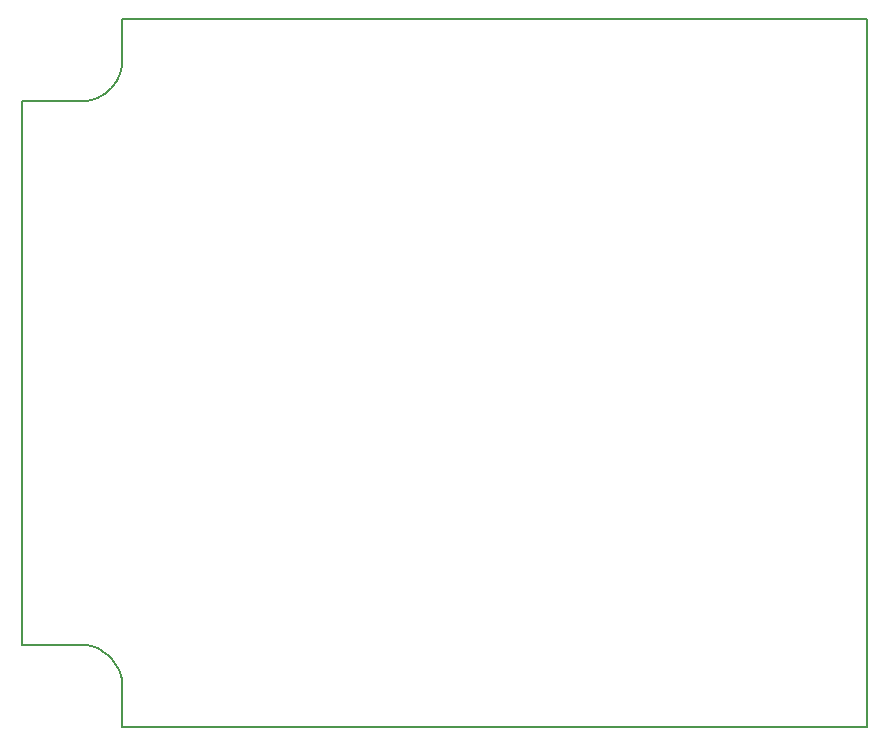
<source format=gbr>
G04 #@! TF.GenerationSoftware,KiCad,Pcbnew,(5.1.4)-1*
G04 #@! TF.CreationDate,2019-11-19T10:04:28+09:00*
G04 #@! TF.ProjectId,signaltowr_hikarikensyutu,7369676e-616c-4746-9f77-725f68696b61,rev?*
G04 #@! TF.SameCoordinates,Original*
G04 #@! TF.FileFunction,Profile,NP*
%FSLAX46Y46*%
G04 Gerber Fmt 4.6, Leading zero omitted, Abs format (unit mm)*
G04 Created by KiCad (PCBNEW (5.1.4)-1) date 2019-11-19 10:04:28*
%MOMM*%
%LPD*%
G04 APERTURE LIST*
%ADD10C,0.150000*%
G04 APERTURE END LIST*
D10*
X99980827Y-53134150D02*
G75*
G02X96500000Y-57000000I-3480827J-365850D01*
G01*
X91500000Y-57000000D02*
X96500000Y-57000000D01*
X100000000Y-53500000D02*
X100000000Y-50000000D01*
X96622148Y-103002132D02*
G75*
G02X100000000Y-106500000I-122148J-3497868D01*
G01*
X91500000Y-103002132D02*
X96622148Y-103002132D01*
X100000000Y-110000000D02*
X100000000Y-106500000D01*
X91500000Y-57000000D02*
X91500000Y-103000000D01*
X100000000Y-110000000D02*
X163000000Y-110000000D01*
X163000000Y-50000000D02*
X163000000Y-110000000D01*
X100000000Y-50000000D02*
X163000000Y-50000000D01*
M02*

</source>
